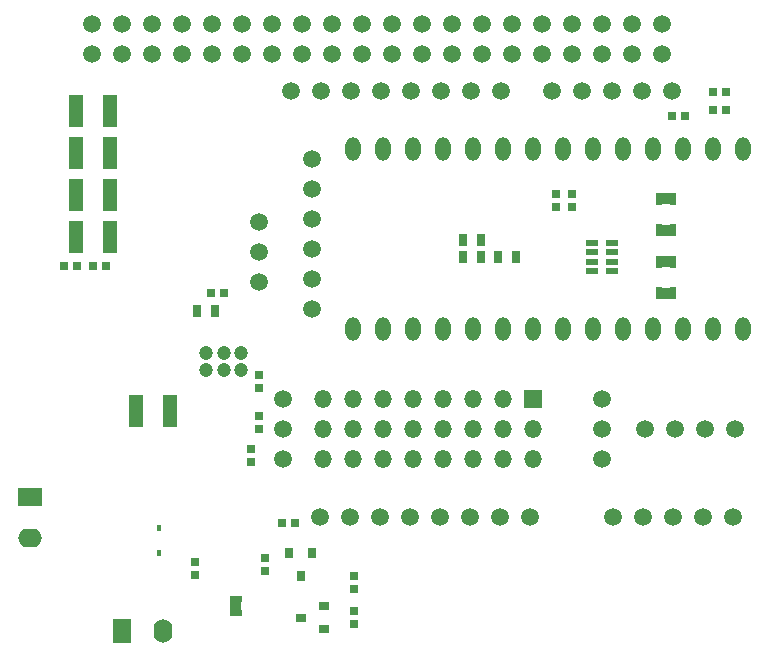
<source format=gbs>
G04 #@! TF.FileFunction,Soldermask,Bot*
%FSLAX46Y46*%
G04 Gerber Fmt 4.6, Leading zero omitted, Abs format (unit mm)*
G04 Created by KiCad (PCBNEW 4.0.2+dfsg1-stable) date Sat 19 Aug 2017 09:03:07 PM PDT*
%MOMM*%
G01*
G04 APERTURE LIST*
%ADD10C,0.100000*%
%ADD11C,0.500000*%
%ADD12C,1.506220*%
%ADD13O,1.300000X2.000000*%
%ADD14R,0.802640X1.102360*%
%ADD15R,0.701040X0.802640*%
%ADD16R,1.153160X2.753360*%
%ADD17R,0.450000X0.590000*%
%ADD18R,0.600000X1.000000*%
%ADD19R,1.000000X0.600000*%
%ADD20R,0.802640X0.701040*%
%ADD21R,1.102360X0.622300*%
%ADD22R,0.797560X0.899160*%
%ADD23R,0.899160X0.797560*%
%ADD24C,1.500000*%
%ADD25R,2.000000X1.600000*%
%ADD26O,2.000000X1.600000*%
%ADD27R,1.600000X2.000000*%
%ADD28O,1.600000X2.000000*%
%ADD29C,1.200000*%
%ADD30R,1.500000X1.500000*%
%ADD31O,1.500000X1.500000*%
G04 APERTURE END LIST*
D10*
D11*
X131553000Y-85220000D02*
X132353000Y-85220000D01*
X132353000Y-85220000D02*
X132353000Y-85020000D01*
X132353000Y-85020000D02*
X131553000Y-85020000D01*
X131553000Y-85020000D02*
X131553000Y-84820000D01*
X131553000Y-84820000D02*
X132353000Y-84820000D01*
X131553000Y-82553000D02*
X132353000Y-82553000D01*
X132353000Y-82553000D02*
X132353000Y-82353000D01*
X132353000Y-82353000D02*
X131553000Y-82353000D01*
X131553000Y-82353000D02*
X131553000Y-82153000D01*
X131553000Y-82153000D02*
X132353000Y-82153000D01*
X131553000Y-79886000D02*
X132353000Y-79886000D01*
X132353000Y-79886000D02*
X132353000Y-79686000D01*
X132353000Y-79686000D02*
X131553000Y-79686000D01*
X131553000Y-79686000D02*
X131553000Y-79486000D01*
X131553000Y-79486000D02*
X132353000Y-79486000D01*
X131553000Y-77219000D02*
X132353000Y-77219000D01*
X132353000Y-77219000D02*
X132353000Y-77019000D01*
X132353000Y-77019000D02*
X131553000Y-77019000D01*
X131553000Y-77019000D02*
X131553000Y-76819000D01*
X131553000Y-76819000D02*
X132353000Y-76819000D01*
X95300000Y-111100000D02*
X95300000Y-111900000D01*
X95300000Y-111900000D02*
X95500000Y-111900000D01*
X95500000Y-111900000D02*
X95500000Y-111100000D01*
X95500000Y-111100000D02*
X95700000Y-111100000D01*
X95700000Y-111100000D02*
X95700000Y-111900000D01*
D12*
X102000000Y-86350000D03*
X102000000Y-83810000D03*
X102000000Y-81270000D03*
X102000000Y-78730000D03*
X102000000Y-76190000D03*
X102000000Y-73650000D03*
X102610000Y-104000000D03*
X105150000Y-104000000D03*
X107690000Y-104000000D03*
X110230000Y-104000000D03*
X112770000Y-104000000D03*
X115310000Y-104000000D03*
X117850000Y-104000000D03*
X120390000Y-104000000D03*
D13*
X138430000Y-88068000D03*
X138430000Y-72828000D03*
X135890000Y-88068000D03*
X135890000Y-72828000D03*
X133350000Y-88068000D03*
X133350000Y-72828000D03*
X130810000Y-88068000D03*
X130810000Y-72828000D03*
X128270000Y-88068000D03*
X128270000Y-72828000D03*
X125730000Y-88068000D03*
X125730000Y-72828000D03*
X123190000Y-88068000D03*
X123190000Y-72828000D03*
X120650000Y-88068000D03*
X120650000Y-72828000D03*
X118110000Y-88068000D03*
X118110000Y-72828000D03*
X115570000Y-88068000D03*
X115570000Y-72828000D03*
X113030000Y-88068000D03*
X113030000Y-72828000D03*
X110490000Y-88068000D03*
X110490000Y-72828000D03*
X107950000Y-88068000D03*
X107950000Y-72828000D03*
X105410000Y-88068000D03*
X105410000Y-72828000D03*
D14*
X116249300Y-80500000D03*
X114750700Y-80500000D03*
D15*
X94548640Y-85000000D03*
X93451360Y-85000000D03*
D14*
X93749300Y-86500000D03*
X92250700Y-86500000D03*
D16*
X81991200Y-80264000D03*
X84886800Y-80264000D03*
X81991200Y-73152000D03*
X84886800Y-73152000D03*
X81991200Y-69596000D03*
X84886800Y-69596000D03*
X81991200Y-76708000D03*
X84886800Y-76708000D03*
X89947800Y-95000000D03*
X87052200Y-95000000D03*
D17*
X89000000Y-104945000D03*
X89000000Y-107055000D03*
D12*
X97500000Y-78960000D03*
X97500000Y-81500000D03*
X97500000Y-84040000D03*
X130190000Y-96500000D03*
X132730000Y-96500000D03*
X135270000Y-96500000D03*
X137810000Y-96500000D03*
X99500000Y-93960000D03*
X99500000Y-96500000D03*
X99500000Y-99040000D03*
X126500000Y-93960000D03*
X126500000Y-96500000D03*
X126500000Y-99040000D03*
X100203000Y-67945000D03*
X102743000Y-67945000D03*
X105283000Y-67945000D03*
X107823000Y-67945000D03*
X110363000Y-67945000D03*
X112903000Y-67945000D03*
X115443000Y-67945000D03*
X117983000Y-67945000D03*
X122301000Y-67945000D03*
X124841000Y-67945000D03*
X127381000Y-67945000D03*
X129921000Y-67945000D03*
X132461000Y-67945000D03*
X127420000Y-104000000D03*
X129960000Y-104000000D03*
X132500000Y-104000000D03*
X135040000Y-104000000D03*
X137580000Y-104000000D03*
D18*
X131353000Y-85020000D03*
X132553000Y-85020000D03*
X131353000Y-82353000D03*
X132553000Y-82353000D03*
X131353000Y-79686000D03*
X132553000Y-79686000D03*
X131353000Y-77019000D03*
X132553000Y-77019000D03*
D19*
X95500000Y-110900000D03*
X95500000Y-112100000D03*
D14*
X119249300Y-82000000D03*
X117750700Y-82000000D03*
X116249300Y-82000000D03*
X114750700Y-82000000D03*
D15*
X132451360Y-70000000D03*
X133548640Y-70000000D03*
X135951360Y-69500000D03*
X137048640Y-69500000D03*
X135951360Y-68000000D03*
X137048640Y-68000000D03*
X99451360Y-104500000D03*
X100548640Y-104500000D03*
D20*
X105500000Y-111951360D03*
X105500000Y-113048640D03*
X92075000Y-107782360D03*
X92075000Y-108879640D03*
X105500000Y-108951360D03*
X105500000Y-110048640D03*
X97500000Y-93048640D03*
X97500000Y-91951360D03*
D15*
X80951360Y-82700000D03*
X82048640Y-82700000D03*
X83451360Y-82700000D03*
X84548640Y-82700000D03*
D20*
X122618500Y-76667360D03*
X122618500Y-77764640D03*
X123952000Y-76667360D03*
X123952000Y-77764640D03*
X96774000Y-99354640D03*
X96774000Y-98257360D03*
X97500000Y-96548640D03*
X97500000Y-95451360D03*
X98000000Y-108548640D03*
X98000000Y-107451360D03*
D21*
X125643640Y-83170880D03*
X125643640Y-82370780D03*
X125643640Y-81573220D03*
X125643640Y-80773120D03*
X127340360Y-80773120D03*
X127340360Y-81573220D03*
X127340360Y-82370780D03*
X127340360Y-83170880D03*
D22*
X100050040Y-107001780D03*
X101949960Y-107001780D03*
X101000000Y-108998220D03*
D23*
X102998220Y-111550040D03*
X102998220Y-113449960D03*
X101001780Y-112500000D03*
D24*
X83370000Y-64770000D03*
X83370000Y-62230000D03*
X85910000Y-64770000D03*
X85910000Y-62230000D03*
X88450000Y-64770000D03*
X88450000Y-62230000D03*
X90990000Y-64770000D03*
X90990000Y-62230000D03*
X93530000Y-64770000D03*
X93530000Y-62230000D03*
X96070000Y-64770000D03*
X96070000Y-62230000D03*
X98610000Y-64770000D03*
X98610000Y-62230000D03*
X101150000Y-64770000D03*
X101150000Y-62230000D03*
X103690000Y-64770000D03*
X103690000Y-62230000D03*
X106230000Y-64770000D03*
X106230000Y-62230000D03*
X108770000Y-64770000D03*
X108770000Y-62230000D03*
X111310000Y-64770000D03*
X111310000Y-62230000D03*
X113850000Y-64770000D03*
X113850000Y-62230000D03*
X116390000Y-64770000D03*
X116390000Y-62230000D03*
X118930000Y-64770000D03*
X118930000Y-62230000D03*
X121470000Y-64770000D03*
X121470000Y-62230000D03*
X124010000Y-64770000D03*
X124010000Y-62230000D03*
X126550000Y-64770000D03*
X126550000Y-62230000D03*
X129090000Y-64770000D03*
X129090000Y-62230000D03*
X131630000Y-64770000D03*
X131630000Y-62230000D03*
D25*
X78105000Y-102263000D03*
D26*
X78105000Y-105763000D03*
D27*
X85880000Y-113665000D03*
D28*
X89380000Y-113665000D03*
D29*
X92988000Y-90055000D03*
X92988000Y-91555000D03*
X94488000Y-90055000D03*
X94488000Y-91555000D03*
X95988000Y-91555000D03*
X95988000Y-90055000D03*
D30*
X120660000Y-93960000D03*
D31*
X118120000Y-93960000D03*
X115580000Y-93960000D03*
X113040000Y-93960000D03*
X110500000Y-93960000D03*
X107960000Y-93960000D03*
X105420000Y-93960000D03*
X102880000Y-93960000D03*
X120660000Y-96500000D03*
X118120000Y-96500000D03*
X115580000Y-96500000D03*
X113040000Y-96500000D03*
X110500000Y-96500000D03*
X107960000Y-96500000D03*
X105420000Y-96500000D03*
X102880000Y-96500000D03*
X120660000Y-99040000D03*
X118120000Y-99040000D03*
X115580000Y-99040000D03*
X113040000Y-99040000D03*
X110500000Y-99040000D03*
X107960000Y-99040000D03*
X105420000Y-99040000D03*
X102880000Y-99040000D03*
M02*

</source>
